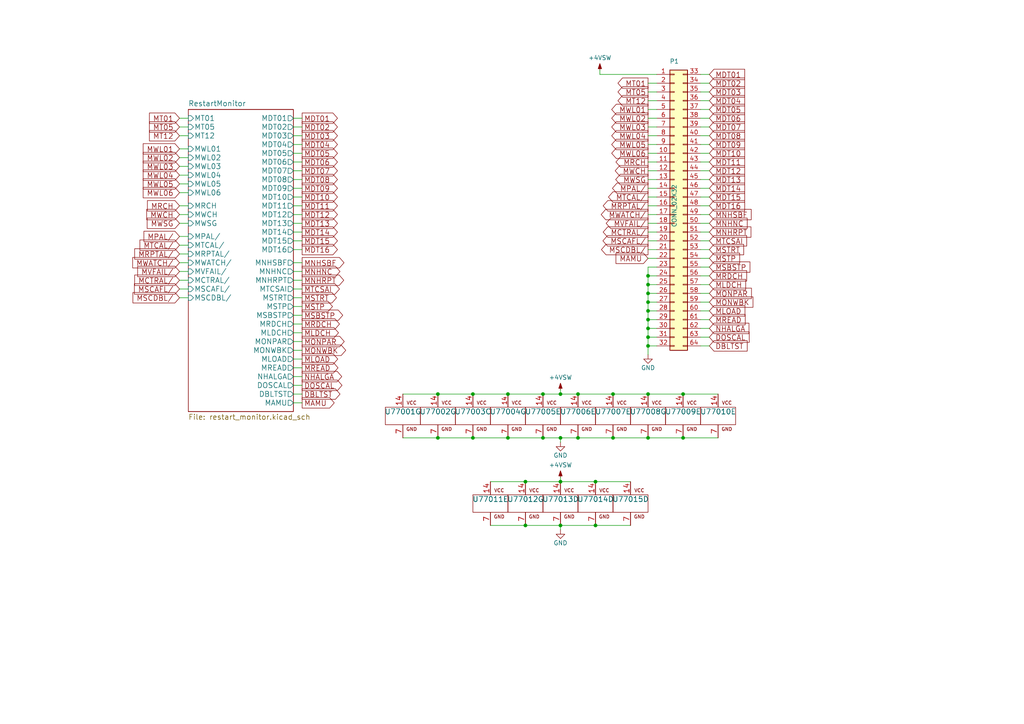
<source format=kicad_sch>
(kicad_sch (version 20211123) (generator eeschema)
  (paper "A4")
  (lib_symbols
    (symbol "Connector_Generic:Conn_02x32_Top_Bottom" (pin_names (offset 1.016) hide)
      (property "Reference" "J" (at 1.27 40.64 0))
      (property "Value" "Conn_02x32_Top_Bottom" (at 1.27 -43.18 0))
      (symbol "Conn_02x32_Top_Bottom_1_1"
        (pin passive line (at -5.08 38.1 0) (length 3.81) (name "Pin_1") (number "1"))
        (pin passive line (at -5.08 15.24 0) (length 3.81) (name "Pin_10") (number "10"))
        (pin passive line (at -5.08 12.7 0) (length 3.81) (name "Pin_11") (number "11"))
        (pin passive line (at -5.08 10.16 0) (length 3.81) (name "Pin_12") (number "12"))
        (pin passive line (at -5.08 7.62 0) (length 3.81) (name "Pin_13") (number "13"))
        (pin passive line (at -5.08 5.08 0) (length 3.81) (name "Pin_14") (number "14"))
        (pin passive line (at -5.08 2.54 0) (length 3.81) (name "Pin_15") (number "15"))
        (pin passive line (at -5.08 0 0) (length 3.81) (name "Pin_16") (number "16"))
        (pin passive line (at -5.08 -2.54 0) (length 3.81) (name "Pin_17") (number "17"))
        (pin passive line (at -5.08 -5.08 0) (length 3.81) (name "Pin_18") (number "18"))
        (pin passive line (at -5.08 -7.62 0) (length 3.81) (name "Pin_19") (number "19"))
        (pin passive line (at -5.08 35.56 0) (length 3.81) (name "Pin_2") (number "2"))
        (pin passive line (at -5.08 -10.16 0) (length 3.81) (name "Pin_20") (number "20"))
        (pin passive line (at -5.08 -12.7 0) (length 3.81) (name "Pin_21") (number "21"))
        (pin passive line (at -5.08 -15.24 0) (length 3.81) (name "Pin_22") (number "22"))
        (pin passive line (at -5.08 -17.78 0) (length 3.81) (name "Pin_23") (number "23"))
        (pin passive line (at -5.08 -20.32 0) (length 3.81) (name "Pin_24") (number "24"))
        (pin passive line (at -5.08 -22.86 0) (length 3.81) (name "Pin_25") (number "25"))
        (pin passive line (at -5.08 -25.4 0) (length 3.81) (name "Pin_26") (number "26"))
        (pin passive line (at -5.08 -27.94 0) (length 3.81) (name "Pin_27") (number "27"))
        (pin passive line (at -5.08 -30.48 0) (length 3.81) (name "Pin_28") (number "28"))
        (pin passive line (at -5.08 -33.02 0) (length 3.81) (name "Pin_29") (number "29"))
        (pin passive line (at -5.08 33.02 0) (length 3.81) (name "Pin_3") (number "3"))
        (pin passive line (at -5.08 -35.56 0) (length 3.81) (name "Pin_30") (number "30"))
        (pin passive line (at -5.08 -38.1 0) (length 3.81) (name "Pin_31") (number "31"))
        (pin passive line (at -5.08 -40.64 0) (length 3.81) (name "Pin_32") (number "32"))
        (pin passive line (at 7.62 38.1 180) (length 3.81) (name "Pin_33") (number "33"))
        (pin passive line (at 7.62 35.56 180) (length 3.81) (name "Pin_34") (number "34"))
        (pin passive line (at 7.62 33.02 180) (length 3.81) (name "Pin_35") (number "35"))
        (pin passive line (at 7.62 30.48 180) (length 3.81) (name "Pin_36") (number "36"))
        (pin passive line (at 7.62 27.94 180) (length 3.81) (name "Pin_37") (number "37"))
        (pin passive line (at 7.62 25.4 180) (length 3.81) (name "Pin_38") (number "38"))
        (pin passive line (at 7.62 22.86 180) (length 3.81) (name "Pin_39") (number "39"))
        (pin passive line (at -5.08 30.48 0) (length 3.81) (name "Pin_4") (number "4"))
        (pin passive line (at 7.62 20.32 180) (length 3.81) (name "Pin_40") (number "40"))
        (pin passive line (at 7.62 17.78 180) (length 3.81) (name "Pin_41") (number "41"))
        (pin passive line (at 7.62 15.24 180) (length 3.81) (name "Pin_42") (number "42"))
        (pin passive line (at 7.62 12.7 180) (length 3.81) (name "Pin_43") (number "43"))
        (pin passive line (at 7.62 10.16 180) (length 3.81) (name "Pin_44") (number "44"))
        (pin passive line (at 7.62 7.62 180) (length 3.81) (name "Pin_45") (number "45"))
        (pin passive line (at 7.62 5.08 180) (length 3.81) (name "Pin_46") (number "46"))
        (pin passive line (at 7.62 2.54 180) (length 3.81) (name "Pin_47") (number "47"))
        (pin passive line (at 7.62 0 180) (length 3.81) (name "Pin_48") (number "48"))
        (pin passive line (at 7.62 -2.54 180) (length 3.81) (name "Pin_49") (number "49"))
        (pin passive line (at -5.08 27.94 0) (length 3.81) (name "Pin_5") (number "5"))
        (pin passive line (at 7.62 -5.08 180) (length 3.81) (name "Pin_50") (number "50"))
        (pin passive line (at 7.62 -7.62 180) (length 3.81) (name "Pin_51") (number "51"))
        (pin passive line (at 7.62 -10.16 180) (length 3.81) (name "Pin_52") (number "52"))
        (pin passive line (at 7.62 -12.7 180) (length 3.81) (name "Pin_53") (number "53"))
        (pin passive line (at 7.62 -15.24 180) (length 3.81) (name "Pin_54") (number "54"))
        (pin passive line (at 7.62 -17.78 180) (length 3.81) (name "Pin_55") (number "55"))
        (pin passive line (at 7.62 -20.32 180) (length 3.81) (name "Pin_56") (number "56"))
        (pin passive line (at 7.62 -22.86 180) (length 3.81) (name "Pin_57") (number "57"))
        (pin passive line (at 7.62 -25.4 180) (length 3.81) (name "Pin_58") (number "58"))
        (pin passive line (at 7.62 -27.94 180) (length 3.81) (name "Pin_59") (number "59"))
        (pin passive line (at -5.08 25.4 0) (length 3.81) (name "Pin_6") (number "6"))
        (pin passive line (at 7.62 -30.48 180) (length 3.81) (name "Pin_60") (number "60"))
        (pin passive line (at 7.62 -33.02 180) (length 3.81) (name "Pin_61") (number "61"))
        (pin passive line (at 7.62 -35.56 180) (length 3.81) (name "Pin_62") (number "62"))
        (pin passive line (at 7.62 -38.1 180) (length 3.81) (name "Pin_63") (number "63"))
        (pin passive line (at 7.62 -40.64 180) (length 3.81) (name "Pin_64") (number "64"))
        (pin passive line (at -5.08 22.86 0) (length 3.81) (name "Pin_7") (number "7"))
        (pin passive line (at -5.08 20.32 0) (length 3.81) (name "Pin_8") (number "8"))
        (pin passive line (at -5.08 17.78 0) (length 3.81) (name "Pin_9") (number "9"))
      )
    )
    (symbol "agc_kicad_components:+4VSW" (power) (pin_names (offset 0))
      (property "Value" "+4VSW" (at 0.127 2.794 0))
      (symbol "+4VSW_1_1"
        (pin power_in line (at 0 0 90) (length 0) hide (name "+4VSW") (number "1"))
      )
    )
    (symbol "agc_kicad_components:74HC02" (pin_names (offset 0.762))
      (property "Reference" "U" (at 0 1.27 0))
      (symbol "74HC02_1_1"
        (pin output inverted (at 15.24 0 180) (length 7.62) (name "~") (number "1"))
        (pin input line (at -15.24 2.54 0) (length 9.398) (name "~") (number "2"))
        (pin input line (at -15.24 -2.54 0) (length 9.398) (name "~") (number "3"))
      )
      (symbol "74HC02_2_1"
        (pin output inverted (at 15.24 0 180) (length 7.62) (name "~") (number "4"))
        (pin input line (at -15.24 2.54 0) (length 9.398) (name "~") (number "5"))
        (pin input line (at -15.24 -2.54 0) (length 9.398) (name "~") (number "6"))
      )
      (symbol "74HC02_3_1"
        (pin output inverted (at 15.24 0 180) (length 7.62) (name "~") (number "10"))
        (pin input line (at -15.24 2.54 0) (length 9.398) (name "~") (number "8"))
        (pin input line (at -15.24 -2.54 0) (length 9.398) (name "~") (number "9"))
      )
      (symbol "74HC02_4_1"
        (pin input line (at -15.24 2.54 0) (length 9.398) (name "~") (number "11"))
        (pin input line (at -15.24 -2.54 0) (length 9.398) (name "~") (number "12"))
        (pin output inverted (at 15.24 0 180) (length 7.62) (name "~") (number "13"))
      )
      (symbol "74HC02_5_0"
        (text "GND" (at 2.54 -3.81 0) (effects (font (size 0.9906 0.9906))))
        (text "VCC" (at 2.54 3.81 0) (effects (font (size 0.9906 0.9906))))
      )
      (symbol "74HC02_5_1"
        (pin power_in line (at 0 6.35 270) (length 3.81) (name "VCC") (number "14"))
        (pin power_in line (at 0 -6.35 90) (length 3.81) (name "GND") (number "7"))
      )
    )
    (symbol "agc_kicad_components:74HC04" (pin_names (offset 0.762))
      (property "Reference" "U" (at 0 1.27 0))
      (symbol "74HC04_1_1"
        (pin input line (at -15.24 0 0) (length 9.906) (name "~") (number "1"))
        (pin output inverted (at 15.24 0 180) (length 7.62) (name "~") (number "2"))
      )
      (symbol "74HC04_2_1"
        (pin input line (at -15.24 0 0) (length 9.906) (name "~") (number "3"))
        (pin output inverted (at 15.24 0 180) (length 7.62) (name "~") (number "4"))
      )
      (symbol "74HC04_3_1"
        (pin input line (at -15.24 0 0) (length 9.906) (name "~") (number "5"))
        (pin output inverted (at 15.24 0 180) (length 7.62) (name "~") (number "6"))
      )
      (symbol "74HC04_4_1"
        (pin output inverted (at 15.24 0 180) (length 7.62) (name "~") (number "8"))
        (pin input line (at -15.24 0 0) (length 9.906) (name "~") (number "9"))
      )
      (symbol "74HC04_5_1"
        (pin output inverted (at 15.24 0 180) (length 7.62) (name "~") (number "10"))
        (pin input line (at -15.24 0 0) (length 9.906) (name "~") (number "11"))
      )
      (symbol "74HC04_6_1"
        (pin output inverted (at 15.24 0 180) (length 7.62) (name "~") (number "12"))
        (pin input line (at -15.24 0 0) (length 9.906) (name "~") (number "13"))
      )
      (symbol "74HC04_7_0"
        (text "GND" (at 2.54 -3.81 0) (effects (font (size 0.9906 0.9906))))
        (text "VCC" (at 2.54 3.81 0) (effects (font (size 0.9906 0.9906))))
      )
      (symbol "74HC04_7_1"
        (pin power_in line (at 0 6.35 270) (length 3.81) (name "VCC") (number "14"))
        (pin power_in line (at 0 -6.35 90) (length 3.81) (name "GND") (number "7"))
      )
    )
    (symbol "agc_kicad_components:74HC27" (pin_names (offset 0.762))
      (property "Reference" "U" (at 0 1.27 0))
      (symbol "74HC27_1_1"
        (pin input line (at -15.24 3.81 0) (length 8.763) (name "~") (number "1"))
        (pin output inverted (at 15.24 0 180) (length 7.62) (name "~") (number "12"))
        (pin input line (at -15.24 -3.81 0) (length 8.763) (name "~") (number "13"))
        (pin input line (at -15.24 0 0) (length 9.906) (name "~") (number "2"))
      )
      (symbol "74HC27_2_1"
        (pin input line (at -15.24 3.81 0) (length 8.763) (name "~") (number "3"))
        (pin input line (at -15.24 0 0) (length 9.906) (name "~") (number "4"))
        (pin input line (at -15.24 -3.81 0) (length 8.763) (name "~") (number "5"))
        (pin output inverted (at 15.24 0 180) (length 7.62) (name "~") (number "6"))
      )
      (symbol "74HC27_3_1"
        (pin input line (at -15.24 0 0) (length 9.906) (name "~") (number "10"))
        (pin input line (at -15.24 -3.81 0) (length 8.763) (name "~") (number "11"))
        (pin output inverted (at 15.24 0 180) (length 7.62) (name "~") (number "8"))
        (pin input line (at -15.24 3.81 0) (length 8.763) (name "~") (number "9"))
      )
      (symbol "74HC27_4_0"
        (text "GND" (at 2.54 -3.81 0) (effects (font (size 0.9906 0.9906))))
        (text "VCC" (at 2.54 3.81 0) (effects (font (size 0.9906 0.9906))))
      )
      (symbol "74HC27_4_1"
        (pin power_in line (at 0 6.35 270) (length 3.81) (name "VCC") (number "14"))
        (pin power_in line (at 0 -6.35 90) (length 3.81) (name "GND") (number "7"))
      )
    )
    (symbol "agc_kicad_components:74HC4002" (pin_names (offset 0.762))
      (property "Reference" "U" (at 0 1.27 0))
      (symbol "74HC4002_1_1"
        (pin output inverted (at 15.24 0 180) (length 7.62) (name "~") (number "1"))
        (pin input line (at -15.24 3.81 0) (length 8.509) (name "~") (number "2"))
        (pin input line (at -15.24 1.27 0) (length 9.652) (name "~") (number "3"))
        (pin input line (at -15.24 -1.27 0) (length 9.652) (name "~") (number "4"))
        (pin input line (at -15.24 -3.81 0) (length 8.509) (name "~") (number "5"))
        (pin no_connect line (at -2.54 5.08 90) (length 0) hide (name "NC1") (number "6"))
        (pin no_connect line (at 0 5.08 90) (length 0) hide (name "NC2") (number "8"))
      )
      (symbol "74HC4002_2_1"
        (pin input line (at -15.24 1.27 0) (length 9.652) (name "~") (number "10"))
        (pin input line (at -15.24 -1.27 0) (length 9.652) (name "~") (number "11"))
        (pin input line (at -15.24 -3.81 0) (length 8.509) (name "~") (number "12"))
        (pin output inverted (at 15.24 0 180) (length 7.62) (name "~") (number "13"))
        (pin no_connect line (at -2.54 5.08 90) (length 0) hide (name "NC1") (number "6"))
        (pin no_connect line (at 0 5.08 90) (length 0) hide (name "NC2") (number "8"))
        (pin input line (at -15.24 3.81 0) (length 8.509) (name "~") (number "9"))
      )
      (symbol "74HC4002_3_0"
        (text "GND" (at 2.54 -3.81 0) (effects (font (size 0.9906 0.9906))))
        (text "VCC" (at 2.54 3.81 0) (effects (font (size 0.9906 0.9906))))
      )
      (symbol "74HC4002_3_1"
        (pin power_in line (at 0 6.35 270) (length 3.81) (name "VCC") (number "14"))
        (pin power_in line (at 0 -6.35 90) (length 3.81) (name "GND") (number "7"))
      )
    )
    (symbol "agc_kicad_components:74LVC07" (pin_names (offset 0.762))
      (property "Reference" "U" (at 0 1.27 0))
      (symbol "74LVC07_1_1"
        (pin input line (at -11.43 0 0) (length 7.62) (name "~") (number "1"))
        (pin open_collector line (at 11.43 0 180) (length 7.62) (name "~") (number "2"))
      )
      (symbol "74LVC07_2_1"
        (pin input line (at -11.43 0 0) (length 7.62) (name "~") (number "3"))
        (pin open_collector line (at 11.43 0 180) (length 7.62) (name "~") (number "4"))
      )
      (symbol "74LVC07_3_1"
        (pin input line (at -11.43 0 0) (length 7.62) (name "~") (number "5"))
        (pin open_collector line (at 11.43 0 180) (length 7.62) (name "~") (number "6"))
      )
      (symbol "74LVC07_4_1"
        (pin open_collector line (at 11.43 0 180) (length 7.62) (name "~") (number "8"))
        (pin input line (at -11.43 0 0) (length 7.62) (name "~") (number "9"))
      )
      (symbol "74LVC07_5_1"
        (pin open_collector line (at 11.43 0 180) (length 7.62) (name "~") (number "10"))
        (pin input line (at -11.43 0 0) (length 7.62) (name "~") (number "11"))
      )
      (symbol "74LVC07_6_1"
        (pin open_collector line (at 11.43 0 180) (length 7.62) (name "~") (number "12"))
        (pin input line (at -11.43 0 0) (length 7.62) (name "~") (number "13"))
      )
      (symbol "74LVC07_7_0"
        (text "GND" (at 2.54 -3.81 0) (effects (font (size 0.9906 0.9906))))
        (text "VCC" (at 2.54 3.81 0) (effects (font (size 0.9906 0.9906))))
      )
      (symbol "74LVC07_7_1"
        (pin power_in line (at 0 6.35 270) (length 3.81) (name "VCC") (number "14"))
        (pin power_in line (at 0 -6.35 90) (length 3.81) (name "GND") (number "7"))
      )
    )
    (symbol "power:GND" (power) (pin_names (offset 0))
      (property "Value" "GND" (at 0 -3.81 0))
      (symbol "GND_1_1"
        (pin power_in line (at 0 0 270) (length 0) hide (name "GND") (number "1"))
      )
    )
  )
  (junction (at 162.56 152.4))
  (junction (at 147.32 114.3))
  (junction (at 167.64 127))
  (junction (at 187.96 127))
  (junction (at 162.56 127))
  (junction (at 177.8 127))
  (junction (at 127 114.3))
  (junction (at 198.12 114.3))
  (junction (at 157.48 114.3))
  (junction (at 162.56 139.7))
  (junction (at 137.16 114.3))
  (junction (at 187.96 85.09))
  (junction (at 127 127))
  (junction (at 152.4 152.4))
  (junction (at 157.48 127))
  (junction (at 198.12 127))
  (junction (at 137.16 127))
  (junction (at 187.96 82.55))
  (junction (at 167.64 114.3))
  (junction (at 187.96 114.3))
  (junction (at 187.96 97.79))
  (junction (at 152.4 139.7))
  (junction (at 187.96 95.25))
  (junction (at 172.72 139.7))
  (junction (at 187.96 100.33))
  (junction (at 187.96 80.01))
  (junction (at 177.8 114.3))
  (junction (at 187.96 87.63))
  (junction (at 172.72 152.4))
  (junction (at 147.32 127))
  (junction (at 187.96 92.71))
  (junction (at 187.96 90.17))
  (junction (at 162.56 114.3))
  (wire (pts (xy 187.96 41.91) (xy 190.5 41.91)))
  (wire (pts (xy 172.72 139.7) (xy 182.88 139.7)))
  (wire (pts (xy 87.63 72.39) (xy 85.09 72.39)))
  (wire (pts (xy 87.63 101.6) (xy 85.09 101.6)))
  (wire (pts (xy 87.63 116.84) (xy 85.09 116.84)))
  (wire (pts (xy 205.74 26.67) (xy 203.2 26.67)))
  (wire (pts (xy 187.96 49.53) (xy 190.5 49.53)))
  (wire (pts (xy 187.96 100.33) (xy 190.5 100.33)))
  (wire (pts (xy 162.56 128.27) (xy 162.56 127)))
  (wire (pts (xy 87.63 78.74) (xy 85.09 78.74)))
  (wire (pts (xy 187.96 34.29) (xy 190.5 34.29)))
  (wire (pts (xy 187.96 90.17) (xy 187.96 92.71)))
  (wire (pts (xy 52.07 39.37) (xy 54.61 39.37)))
  (wire (pts (xy 187.96 80.01) (xy 187.96 82.55)))
  (wire (pts (xy 205.74 39.37) (xy 203.2 39.37)))
  (wire (pts (xy 187.96 24.13) (xy 190.5 24.13)))
  (wire (pts (xy 162.56 114.3) (xy 167.64 114.3)))
  (wire (pts (xy 205.74 97.79) (xy 203.2 97.79)))
  (wire (pts (xy 205.74 21.59) (xy 203.2 21.59)))
  (wire (pts (xy 205.74 54.61) (xy 203.2 54.61)))
  (wire (pts (xy 87.63 88.9) (xy 85.09 88.9)))
  (wire (pts (xy 87.63 114.3) (xy 85.09 114.3)))
  (wire (pts (xy 127 127) (xy 137.16 127)))
  (wire (pts (xy 205.74 69.85) (xy 203.2 69.85)))
  (wire (pts (xy 137.16 114.3) (xy 147.32 114.3)))
  (wire (pts (xy 87.63 109.22) (xy 85.09 109.22)))
  (wire (pts (xy 205.74 80.01) (xy 203.2 80.01)))
  (wire (pts (xy 205.74 92.71) (xy 203.2 92.71)))
  (wire (pts (xy 87.63 91.44) (xy 85.09 91.44)))
  (wire (pts (xy 87.63 57.15) (xy 85.09 57.15)))
  (wire (pts (xy 87.63 36.83) (xy 85.09 36.83)))
  (wire (pts (xy 187.96 77.47) (xy 187.96 80.01)))
  (wire (pts (xy 87.63 49.53) (xy 85.09 49.53)))
  (wire (pts (xy 205.74 62.23) (xy 203.2 62.23)))
  (wire (pts (xy 205.74 29.21) (xy 203.2 29.21)))
  (wire (pts (xy 52.07 76.2) (xy 54.61 76.2)))
  (wire (pts (xy 187.96 54.61) (xy 190.5 54.61)))
  (wire (pts (xy 52.07 34.29) (xy 54.61 34.29)))
  (wire (pts (xy 87.63 54.61) (xy 85.09 54.61)))
  (wire (pts (xy 52.07 36.83) (xy 54.61 36.83)))
  (wire (pts (xy 87.63 81.28) (xy 85.09 81.28)))
  (wire (pts (xy 187.96 39.37) (xy 190.5 39.37)))
  (wire (pts (xy 205.74 52.07) (xy 203.2 52.07)))
  (wire (pts (xy 187.96 31.75) (xy 190.5 31.75)))
  (wire (pts (xy 52.07 45.72) (xy 54.61 45.72)))
  (wire (pts (xy 87.63 83.82) (xy 85.09 83.82)))
  (wire (pts (xy 52.07 53.34) (xy 54.61 53.34)))
  (wire (pts (xy 52.07 78.74) (xy 54.61 78.74)))
  (wire (pts (xy 205.74 46.99) (xy 203.2 46.99)))
  (wire (pts (xy 187.96 57.15) (xy 190.5 57.15)))
  (wire (pts (xy 173.99 20.32) (xy 173.99 21.59)))
  (wire (pts (xy 187.96 100.33) (xy 187.96 102.87)))
  (wire (pts (xy 187.96 82.55) (xy 187.96 85.09)))
  (wire (pts (xy 173.99 21.59) (xy 190.5 21.59)))
  (wire (pts (xy 187.96 67.31) (xy 190.5 67.31)))
  (wire (pts (xy 205.74 41.91) (xy 203.2 41.91)))
  (wire (pts (xy 187.96 92.71) (xy 190.5 92.71)))
  (wire (pts (xy 87.63 44.45) (xy 85.09 44.45)))
  (wire (pts (xy 162.56 127) (xy 167.64 127)))
  (wire (pts (xy 205.74 87.63) (xy 203.2 87.63)))
  (wire (pts (xy 162.56 138.43) (xy 162.56 139.7)))
  (wire (pts (xy 205.74 77.47) (xy 203.2 77.47)))
  (wire (pts (xy 187.96 72.39) (xy 190.5 72.39)))
  (wire (pts (xy 52.07 64.77) (xy 54.61 64.77)))
  (wire (pts (xy 87.63 59.69) (xy 85.09 59.69)))
  (wire (pts (xy 87.63 96.52) (xy 85.09 96.52)))
  (wire (pts (xy 167.64 114.3) (xy 177.8 114.3)))
  (wire (pts (xy 87.63 39.37) (xy 85.09 39.37)))
  (wire (pts (xy 87.63 67.31) (xy 85.09 67.31)))
  (wire (pts (xy 187.96 77.47) (xy 190.5 77.47)))
  (wire (pts (xy 187.96 97.79) (xy 190.5 97.79)))
  (wire (pts (xy 187.96 87.63) (xy 190.5 87.63)))
  (wire (pts (xy 205.74 74.93) (xy 203.2 74.93)))
  (wire (pts (xy 157.48 127) (xy 162.56 127)))
  (wire (pts (xy 205.74 44.45) (xy 203.2 44.45)))
  (wire (pts (xy 52.07 86.36) (xy 54.61 86.36)))
  (wire (pts (xy 205.74 59.69) (xy 203.2 59.69)))
  (wire (pts (xy 205.74 100.33) (xy 203.2 100.33)))
  (wire (pts (xy 142.24 152.4) (xy 152.4 152.4)))
  (wire (pts (xy 87.63 69.85) (xy 85.09 69.85)))
  (wire (pts (xy 205.74 64.77) (xy 203.2 64.77)))
  (wire (pts (xy 205.74 95.25) (xy 203.2 95.25)))
  (wire (pts (xy 87.63 41.91) (xy 85.09 41.91)))
  (wire (pts (xy 172.72 152.4) (xy 182.88 152.4)))
  (wire (pts (xy 87.63 76.2) (xy 85.09 76.2)))
  (wire (pts (xy 187.96 62.23) (xy 190.5 62.23)))
  (wire (pts (xy 205.74 82.55) (xy 203.2 82.55)))
  (wire (pts (xy 87.63 93.98) (xy 85.09 93.98)))
  (wire (pts (xy 177.8 127) (xy 187.96 127)))
  (wire (pts (xy 157.48 114.3) (xy 162.56 114.3)))
  (wire (pts (xy 205.74 36.83) (xy 203.2 36.83)))
  (wire (pts (xy 127 114.3) (xy 137.16 114.3)))
  (wire (pts (xy 205.74 49.53) (xy 203.2 49.53)))
  (wire (pts (xy 187.96 74.93) (xy 190.5 74.93)))
  (wire (pts (xy 162.56 113.03) (xy 162.56 114.3)))
  (wire (pts (xy 87.63 86.36) (xy 85.09 86.36)))
  (wire (pts (xy 187.96 97.79) (xy 187.96 100.33)))
  (wire (pts (xy 187.96 80.01) (xy 190.5 80.01)))
  (wire (pts (xy 198.12 127) (xy 208.28 127)))
  (wire (pts (xy 52.07 81.28) (xy 54.61 81.28)))
  (wire (pts (xy 162.56 152.4) (xy 162.56 153.67)))
  (wire (pts (xy 52.07 83.82) (xy 54.61 83.82)))
  (wire (pts (xy 187.96 26.67) (xy 190.5 26.67)))
  (wire (pts (xy 177.8 114.3) (xy 187.96 114.3)))
  (wire (pts (xy 187.96 95.25) (xy 187.96 97.79)))
  (wire (pts (xy 52.07 48.26) (xy 54.61 48.26)))
  (wire (pts (xy 187.96 114.3) (xy 198.12 114.3)))
  (wire (pts (xy 187.96 36.83) (xy 190.5 36.83)))
  (wire (pts (xy 187.96 69.85) (xy 190.5 69.85)))
  (wire (pts (xy 187.96 95.25) (xy 190.5 95.25)))
  (wire (pts (xy 52.07 71.12) (xy 54.61 71.12)))
  (wire (pts (xy 187.96 127) (xy 198.12 127)))
  (wire (pts (xy 87.63 34.29) (xy 85.09 34.29)))
  (wire (pts (xy 187.96 85.09) (xy 187.96 87.63)))
  (wire (pts (xy 205.74 67.31) (xy 203.2 67.31)))
  (wire (pts (xy 187.96 52.07) (xy 190.5 52.07)))
  (wire (pts (xy 205.74 31.75) (xy 203.2 31.75)))
  (wire (pts (xy 87.63 111.76) (xy 85.09 111.76)))
  (wire (pts (xy 116.84 114.3) (xy 127 114.3)))
  (wire (pts (xy 147.32 127) (xy 157.48 127)))
  (wire (pts (xy 142.24 139.7) (xy 152.4 139.7)))
  (wire (pts (xy 152.4 152.4) (xy 162.56 152.4)))
  (wire (pts (xy 52.07 62.23) (xy 54.61 62.23)))
  (wire (pts (xy 167.64 127) (xy 177.8 127)))
  (wire (pts (xy 52.07 55.88) (xy 54.61 55.88)))
  (wire (pts (xy 152.4 139.7) (xy 162.56 139.7)))
  (wire (pts (xy 187.96 44.45) (xy 190.5 44.45)))
  (wire (pts (xy 205.74 72.39) (xy 203.2 72.39)))
  (wire (pts (xy 87.63 104.14) (xy 85.09 104.14)))
  (wire (pts (xy 187.96 46.99) (xy 190.5 46.99)))
  (wire (pts (xy 87.63 99.06) (xy 85.09 99.06)))
  (wire (pts (xy 162.56 152.4) (xy 172.72 152.4)))
  (wire (pts (xy 52.07 59.69) (xy 54.61 59.69)))
  (wire (pts (xy 87.63 46.99) (xy 85.09 46.99)))
  (wire (pts (xy 116.84 127) (xy 127 127)))
  (wire (pts (xy 137.16 127) (xy 147.32 127)))
  (wire (pts (xy 205.74 57.15) (xy 203.2 57.15)))
  (wire (pts (xy 187.96 59.69) (xy 190.5 59.69)))
  (wire (pts (xy 52.07 50.8) (xy 54.61 50.8)))
  (wire (pts (xy 162.56 139.7) (xy 172.72 139.7)))
  (wire (pts (xy 187.96 82.55) (xy 190.5 82.55)))
  (wire (pts (xy 87.63 106.68) (xy 85.09 106.68)))
  (wire (pts (xy 205.74 90.17) (xy 203.2 90.17)))
  (wire (pts (xy 187.96 90.17) (xy 190.5 90.17)))
  (wire (pts (xy 187.96 92.71) (xy 187.96 95.25)))
  (wire (pts (xy 147.32 114.3) (xy 157.48 114.3)))
  (wire (pts (xy 205.74 85.09) (xy 203.2 85.09)))
  (wire (pts (xy 187.96 85.09) (xy 190.5 85.09)))
  (wire (pts (xy 205.74 24.13) (xy 203.2 24.13)))
  (wire (pts (xy 52.07 68.58) (xy 54.61 68.58)))
  (wire (pts (xy 87.63 64.77) (xy 85.09 64.77)))
  (wire (pts (xy 187.96 64.77) (xy 190.5 64.77)))
  (wire (pts (xy 52.07 43.18) (xy 54.61 43.18)))
  (wire (pts (xy 205.74 34.29) (xy 203.2 34.29)))
  (wire (pts (xy 187.96 87.63) (xy 187.96 90.17)))
  (wire (pts (xy 187.96 29.21) (xy 190.5 29.21)))
  (wire (pts (xy 52.07 73.66) (xy 54.61 73.66)))
  (wire (pts (xy 198.12 114.3) (xy 208.28 114.3)))
  (wire (pts (xy 87.63 62.23) (xy 85.09 62.23)))
  (wire (pts (xy 87.63 52.07) (xy 85.09 52.07)))
  (global_label "MDT15" (shape input) (at 205.74 57.15 0) (effects (font (size 1.524 1.524))) (property "Referenzen zwischen Schaltplänen" "${INTERSHEET_REFS}" (effects hide)))
  (global_label "MDT12" (shape output) (at 87.63 62.23 0) (effects (font (size 1.524 1.524))) (property "Referenzen zwischen Schaltplänen" "${INTERSHEET_REFS}" (effects hide)))
  (global_label "MAMU" (shape input) (at 187.96 74.93 180) (effects (font (size 1.524 1.524))) (property "Referenzen zwischen Schaltplänen" "${INTERSHEET_REFS}" (effects hide)))
  (global_label "MWL06" (shape input) (at 52.07 55.88 180) (effects (font (size 1.524 1.524))) (property "Referenzen zwischen Schaltplänen" "${INTERSHEET_REFS}" (effects hide)))
  (global_label "MWL06" (shape output) (at 187.96 44.45 180) (effects (font (size 1.524 1.524))) (property "Referenzen zwischen Schaltplänen" "${INTERSHEET_REFS}" (effects hide)))
  (global_label "MCTRAL/" (shape output) (at 187.96 67.31 180) (effects (font (size 1.524 1.524))) (property "Referenzen zwischen Schaltplänen" "${INTERSHEET_REFS}" (effects hide)))
  (global_label "MDT13" (shape input) (at 205.74 52.07 0) (effects (font (size 1.524 1.524))) (property "Referenzen zwischen Schaltplänen" "${INTERSHEET_REFS}" (effects hide)))
  (global_label "MT05" (shape output) (at 187.96 26.67 180) (effects (font (size 1.524 1.524))) (property "Referenzen zwischen Schaltplänen" "${INTERSHEET_REFS}" (effects hide)))
  (global_label "MNHNC" (shape output) (at 87.63 78.74 0) (effects (font (size 1.524 1.524))) (property "Referenzen zwischen Schaltplänen" "${INTERSHEET_REFS}" (effects hide)))
  (global_label "MCTRAL/" (shape input) (at 52.07 81.28 180) (effects (font (size 1.524 1.524))) (property "Referenzen zwischen Schaltplänen" "${INTERSHEET_REFS}" (effects hide)))
  (global_label "MDT06" (shape output) (at 87.63 46.99 0) (effects (font (size 1.524 1.524))) (property "Referenzen zwischen Schaltplänen" "${INTERSHEET_REFS}" (effects hide)))
  (global_label "MSTRT" (shape input) (at 205.74 72.39 0) (effects (font (size 1.524 1.524))) (property "Referenzen zwischen Schaltplänen" "${INTERSHEET_REFS}" (effects hide)))
  (global_label "MRCH" (shape output) (at 187.96 46.99 180) (effects (font (size 1.524 1.524))) (property "Referenzen zwischen Schaltplänen" "${INTERSHEET_REFS}" (effects hide)))
  (global_label "MTCSAI" (shape input) (at 205.74 69.85 0) (effects (font (size 1.524 1.524))) (property "Referenzen zwischen Schaltplänen" "${INTERSHEET_REFS}" (effects hide)))
  (global_label "MWL05" (shape input) (at 52.07 53.34 180) (effects (font (size 1.524 1.524))) (property "Referenzen zwischen Schaltplänen" "${INTERSHEET_REFS}" (effects hide)))
  (global_label "DBLTST" (shape input) (at 205.74 100.33 0) (effects (font (size 1.524 1.524))) (property "Referenzen zwischen Schaltplänen" "${INTERSHEET_REFS}" (effects hide)))
  (global_label "MDT02" (shape output) (at 87.63 36.83 0) (effects (font (size 1.524 1.524))) (property "Referenzen zwischen Schaltplänen" "${INTERSHEET_REFS}" (effects hide)))
  (global_label "MSCAFL/" (shape output) (at 187.96 69.85 180) (effects (font (size 1.524 1.524))) (property "Referenzen zwischen Schaltplänen" "${INTERSHEET_REFS}" (effects hide)))
  (global_label "MONWBK" (shape input) (at 205.74 87.63 0) (effects (font (size 1.524 1.524))) (property "Referenzen zwischen Schaltplänen" "${INTERSHEET_REFS}" (effects hide)))
  (global_label "MVFAIL/" (shape output) (at 187.96 64.77 180) (effects (font (size 1.524 1.524))) (property "Referenzen zwischen Schaltplänen" "${INTERSHEET_REFS}" (effects hide)))
  (global_label "MDT05" (shape input) (at 205.74 31.75 0) (effects (font (size 1.524 1.524))) (property "Referenzen zwischen Schaltplänen" "${INTERSHEET_REFS}" (effects hide)))
  (global_label "MDT07" (shape output) (at 87.63 49.53 0) (effects (font (size 1.524 1.524))) (property "Referenzen zwischen Schaltplänen" "${INTERSHEET_REFS}" (effects hide)))
  (global_label "MDT03" (shape input) (at 205.74 26.67 0) (effects (font (size 1.524 1.524))) (property "Referenzen zwischen Schaltplänen" "${INTERSHEET_REFS}" (effects hide)))
  (global_label "MDT16" (shape output) (at 87.63 72.39 0) (effects (font (size 1.524 1.524))) (property "Referenzen zwischen Schaltplänen" "${INTERSHEET_REFS}" (effects hide)))
  (global_label "MRDCH" (shape output) (at 87.63 93.98 0) (effects (font (size 1.524 1.524))) (property "Referenzen zwischen Schaltplänen" "${INTERSHEET_REFS}" (effects hide)))
  (global_label "MSCDBL/" (shape input) (at 52.07 86.36 180) (effects (font (size 1.524 1.524))) (property "Referenzen zwischen Schaltplänen" "${INTERSHEET_REFS}" (effects hide)))
  (global_label "MPAL/" (shape output) (at 187.96 54.61 180) (effects (font (size 1.524 1.524))) (property "Referenzen zwischen Schaltplänen" "${INTERSHEET_REFS}" (effects hide)))
  (global_label "MDT14" (shape input) (at 205.74 54.61 0) (effects (font (size 1.524 1.524))) (property "Referenzen zwischen Schaltplänen" "${INTERSHEET_REFS}" (effects hide)))
  (global_label "MWSG" (shape input) (at 52.07 64.77 180) (effects (font (size 1.524 1.524))) (property "Referenzen zwischen Schaltplänen" "${INTERSHEET_REFS}" (effects hide)))
  (global_label "MLDCH" (shape input) (at 205.74 82.55 0) (effects (font (size 1.524 1.524))) (property "Referenzen zwischen Schaltplänen" "${INTERSHEET_REFS}" (effects hide)))
  (global_label "MDT11" (shape input) (at 205.74 46.99 0) (effects (font (size 1.524 1.524))) (property "Referenzen zwischen Schaltplänen" "${INTERSHEET_REFS}" (effects hide)))
  (global_label "MAMU" (shape output) (at 87.63 116.84 0) (effects (font (size 1.524 1.524))) (property "Referenzen zwischen Schaltplänen" "${INTERSHEET_REFS}" (effects hide)))
  (global_label "MDT08" (shape output) (at 87.63 52.07 0) (effects (font (size 1.524 1.524))) (property "Referenzen zwischen Schaltplänen" "${INTERSHEET_REFS}" (effects hide)))
  (global_label "MWCH" (shape output) (at 187.96 49.53 180) (effects (font (size 1.524 1.524))) (property "Referenzen zwischen Schaltplänen" "${INTERSHEET_REFS}" (effects hide)))
  (global_label "MDT05" (shape output) (at 87.63 44.45 0) (effects (font (size 1.524 1.524))) (property "Referenzen zwischen Schaltplänen" "${INTERSHEET_REFS}" (effects hide)))
  (global_label "MWL04" (shape output) (at 187.96 39.37 180) (effects (font (size 1.524 1.524))) (property "Referenzen zwischen Schaltplänen" "${INTERSHEET_REFS}" (effects hide)))
  (global_label "MDT09" (shape output) (at 87.63 54.61 0) (effects (font (size 1.524 1.524))) (property "Referenzen zwischen Schaltplänen" "${INTERSHEET_REFS}" (effects hide)))
  (global_label "MDT10" (shape input) (at 205.74 44.45 0) (effects (font (size 1.524 1.524))) (property "Referenzen zwischen Schaltplänen" "${INTERSHEET_REFS}" (effects hide)))
  (global_label "MNHRPT" (shape output) (at 87.63 81.28 0) (effects (font (size 1.524 1.524))) (property "Referenzen zwischen Schaltplänen" "${INTERSHEET_REFS}" (effects hide)))
  (global_label "MSBSTP" (shape output) (at 87.63 91.44 0) (effects (font (size 1.524 1.524))) (property "Referenzen zwischen Schaltplänen" "${INTERSHEET_REFS}" (effects hide)))
  (global_label "MWCH" (shape input) (at 52.07 62.23 180) (effects (font (size 1.524 1.524))) (property "Referenzen zwischen Schaltplänen" "${INTERSHEET_REFS}" (effects hide)))
  (global_label "MWL01" (shape input) (at 52.07 43.18 180) (effects (font (size 1.524 1.524))) (property "Referenzen zwischen Schaltplänen" "${INTERSHEET_REFS}" (effects hide)))
  (global_label "MWATCH/" (shape output) (at 187.96 62.23 180) (effects (font (size 1.524 1.524))) (property "Referenzen zwischen Schaltplänen" "${INTERSHEET_REFS}" (effects hide)))
  (global_label "MRCH" (shape input) (at 52.07 59.69 180) (effects (font (size 1.524 1.524))) (property "Referenzen zwischen Schaltplänen" "${INTERSHEET_REFS}" (effects hide)))
  (global_label "MNHSBF" (shape input) (at 205.74 62.23 0) (effects (font (size 1.524 1.524))) (property "Referenzen zwischen Schaltplänen" "${INTERSHEET_REFS}" (effects hide)))
  (global_label "DOSCAL" (shape input) (at 205.74 97.79 0) (effects (font (size 1.524 1.524))) (property "Referenzen zwischen Schaltplänen" "${INTERSHEET_REFS}" (effects hide)))
  (global_label "MT12" (shape input) (at 52.07 39.37 180) (effects (font (size 1.524 1.524))) (property "Referenzen zwischen Schaltplänen" "${INTERSHEET_REFS}" (effects hide)))
  (global_label "NHALGA" (shape input) (at 205.74 95.25 0) (effects (font (size 1.524 1.524))) (property "Referenzen zwischen Schaltplänen" "${INTERSHEET_REFS}" (effects hide)))
  (global_label "MLOAD" (shape input) (at 205.74 90.17 0) (effects (font (size 1.524 1.524))) (property "Referenzen zwischen Schaltplänen" "${INTERSHEET_REFS}" (effects hide)))
  (global_label "MREAD" (shape output) (at 87.63 106.68 0) (effects (font (size 1.524 1.524))) (property "Referenzen zwischen Schaltplänen" "${INTERSHEET_REFS}" (effects hide)))
  (global_label "MT01" (shape output) (at 187.96 24.13 180) (effects (font (size 1.524 1.524))) (property "Referenzen zwischen Schaltplänen" "${INTERSHEET_REFS}" (effects hide)))
  (global_label "MONPAR" (shape input) (at 205.74 85.09 0) (effects (font (size 1.524 1.524))) (property "Referenzen zwischen Schaltplänen" "${INTERSHEET_REFS}" (effects hide)))
  (global_label "MT12" (shape output) (at 187.96 29.21 180) (effects (font (size 1.524 1.524))) (property "Referenzen zwischen Schaltplänen" "${INTERSHEET_REFS}" (effects hide)))
  (global_label "MSTRT" (shape output) (at 87.63 86.36 0) (effects (font (size 1.524 1.524))) (property "Referenzen zwischen Schaltplänen" "${INTERSHEET_REFS}" (effects hide)))
  (global_label "MONWBK" (shape output) (at 87.63 101.6 0) (effects (font (size 1.524 1.524))) (property "Referenzen zwischen Schaltplänen" "${INTERSHEET_REFS}" (effects hide)))
  (global_label "MLDCH" (shape output) (at 87.63 96.52 0) (effects (font (size 1.524 1.524))) (property "Referenzen zwischen Schaltplänen" "${INTERSHEET_REFS}" (effects hide)))
  (global_label "MT01" (shape input) (at 52.07 34.29 180) (effects (font (size 1.524 1.524))) (property "Referenzen zwischen Schaltplänen" "${INTERSHEET_REFS}" (effects hide)))
  (global_label "MDT08" (shape input) (at 205.74 39.37 0) (effects (font (size 1.524 1.524))) (property "Referenzen zwischen Schaltplänen" "${INTERSHEET_REFS}" (effects hide)))
  (global_label "NHALGA" (shape output) (at 87.63 109.22 0) (effects (font (size 1.524 1.524))) (property "Referenzen zwischen Schaltplänen" "${INTERSHEET_REFS}" (effects hide)))
  (global_label "MWL03" (shape output) (at 187.96 36.83 180) (effects (font (size 1.524 1.524))) (property "Referenzen zwischen Schaltplänen" "${INTERSHEET_REFS}" (effects hide)))
  (global_label "MDT11" (shape output) (at 87.63 59.69 0) (effects (font (size 1.524 1.524))) (property "Referenzen zwischen Schaltplänen" "${INTERSHEET_REFS}" (effects hide)))
  (global_label "MDT07" (shape input) (at 205.74 36.83 0) (effects (font (size 1.524 1.524))) (property "Referenzen zwischen Schaltplänen" "${INTERSHEET_REFS}" (effects hide)))
  (global_label "MDT10" (shape output) (at 87.63 57.15 0) (effects (font (size 1.524 1.524))) (property "Referenzen zwischen Schaltplänen" "${INTERSHEET_REFS}" (effects hide)))
  (global_label "MDT09" (shape input) (at 205.74 41.91 0) (effects (font (size 1.524 1.524))) (property "Referenzen zwischen Schaltplänen" "${INTERSHEET_REFS}" (effects hide)))
  (global_label "MWSG" (shape output) (at 187.96 52.07 180) (effects (font (size 1.524 1.524))) (property "Referenzen zwischen Schaltplänen" "${INTERSHEET_REFS}" (effects hide)))
  (global_label "MWL05" (shape output) (at 187.96 41.91 180) (effects (font (size 1.524 1.524))) (property "Referenzen zwischen Schaltplänen" "${INTERSHEET_REFS}" (effects hide)))
  (global_label "MNHNC" (shape input) (at 205.74 64.77 0) (effects (font (size 1.524 1.524))) (property "Referenzen zwischen Schaltplänen" "${INTERSHEET_REFS}" (effects hide)))
  (global_label "MT05" (shape input) (at 52.07 36.83 180) (effects (font (size 1.524 1.524))) (property "Referenzen zwischen Schaltplänen" "${INTERSHEET_REFS}" (effects hide)))
  (global_label "MWL01" (shape output) (at 187.96 31.75 180) (effects (font (size 1.524 1.524))) (property "Referenzen zwischen Schaltplänen" "${INTERSHEET_REFS}" (effects hide)))
  (global_label "MTCAL/" (shape output) (at 187.96 57.15 180) (effects (font (size 1.524 1.524))) (property "Referenzen zwischen Schaltplänen" "${INTERSHEET_REFS}" (effects hide)))
  (global_label "MDT01" (shape input) (at 205.74 21.59 0) (effects (font (size 1.524 1.524))) (property "Referenzen zwischen Schaltplänen" "${INTERSHEET_REFS}" (effects hide)))
  (global_label "MSTP" (shape output) (at 87.63 88.9 0) (effects (font (size 1.524 1.524))) (property "Referenzen zwischen Schaltplänen" "${INTERSHEET_REFS}" (effects hide)))
  (global_label "MLOAD" (shape output) (at 87.63 104.14 0) (effects (font (size 1.524 1.524))) (property "Referenzen zwischen Schaltplänen" "${INTERSHEET_REFS}" (effects hide)))
  (global_label "MDT12" (shape input) (at 205.74 49.53 0) (effects (font (size 1.524 1.524))) (property "Referenzen zwischen Schaltplänen" "${INTERSHEET_REFS}" (effects hide)))
  (global_label "MSBSTP" (shape input) (at 205.74 77.47 0) (effects (font (size 1.524 1.524))) (property "Referenzen zwischen Schaltplänen" "${INTERSHEET_REFS}" (effects hide)))
  (global_label "MDT04" (shape output) (at 87.63 41.91 0) (effects (font (size 1.524 1.524))) (property "Referenzen zwischen Schaltplänen" "${INTERSHEET_REFS}" (effects hide)))
  (global_label "MRPTAL/" (shape input) (at 52.07 73.66 180) (effects (font (size 1.524 1.524))) (property "Referenzen zwischen Schaltplänen" "${INTERSHEET_REFS}" (effects hide)))
  (global_label "MNHRPT" (shape input) (at 205.74 67.31 0) (effects (font (size 1.524 1.524))) (property "Referenzen zwischen Schaltplänen" "${INTERSHEET_REFS}" (effects hide)))
  (global_label "MDT01" (shape output) (at 87.63 34.29 0) (effects (font (size 1.524 1.524))) (property "Referenzen zwischen Schaltplänen" "${INTERSHEET_REFS}" (effects hide)))
  (global_label "MTCAL/" (shape input) (at 52.07 71.12 180) (effects (font (size 1.524 1.524))) (property "Referenzen zwischen Schaltplänen" "${INTERSHEET_REFS}" (effects hide)))
  (global_label "MDT13" (shape output) (at 87.63 64.77 0) (effects (font (size 1.524 1.524))) (property "Referenzen zwischen Schaltplänen" "${INTERSHEET_REFS}" (effects hide)))
  (global_label "MWL04" (shape input) (at 52.07 50.8 180) (effects (font (size 1.524 1.524))) (property "Referenzen zwischen Schaltplänen" "${INTERSHEET_REFS}" (effects hide)))
  (global_label "MWATCH/" (shape input) (at 52.07 76.2 180) (effects (font (size 1.524 1.524))) (property "Referenzen zwischen Schaltplänen" "${INTERSHEET_REFS}" (effects hide)))
  (global_label "DBLTST" (shape output) (at 87.63 114.3 0) (effects (font (size 1.524 1.524))) (property "Referenzen zwischen Schaltplänen" "${INTERSHEET_REFS}" (effects hide)))
  (global_label "MVFAIL/" (shape input) (at 52.07 78.74 180) (effects (font (size 1.524 1.524))) (property "Referenzen zwischen Schaltplänen" "${INTERSHEET_REFS}" (effects hide)))
  (global_label "MWL03" (shape input) (at 52.07 48.26 180) (effects (font (size 1.524 1.524))) (property "Referenzen zwischen Schaltplänen" "${INTERSHEET_REFS}" (effects hide)))
  (global_label "MDT02" (shape input) (at 205.74 24.13 0) (effects (font (size 1.524 1.524))) (property "Referenzen zwischen Schaltplänen" "${INTERSHEET_REFS}" (effects hide)))
  (global_label "MDT06" (shape input) (at 205.74 34.29 0) (effects (font (size 1.524 1.524))) (property "Referenzen zwischen Schaltplänen" "${INTERSHEET_REFS}" (effects hide)))
  (global_label "MONPAR" (shape output) (at 87.63 99.06 0) (effects (font (size 1.524 1.524))) (property "Referenzen zwischen Schaltplänen" "${INTERSHEET_REFS}" (effects hide)))
  (global_label "MWL02" (shape input) (at 52.07 45.72 180) (effects (font (size 1.524 1.524))) (property "Referenzen zwischen Schaltplänen" "${INTERSHEET_REFS}" (effects hide)))
  (global_label "MREAD" (shape input) (at 205.74 92.71 0) (effects (font (size 1.524 1.524))) (property "Referenzen zwischen Schaltplänen" "${INTERSHEET_REFS}" (effects hide)))
  (global_label "MSCAFL/" (shape input) (at 52.07 83.82 180) (effects (font (size 1.524 1.524))) (property "Referenzen zwischen Schaltplänen" "${INTERSHEET_REFS}" (effects hide)))
  (global_label "MRPTAL/" (shape output) (at 187.96 59.69 180) (effects (font (size 1.524 1.524))) (property "Referenzen zwischen Schaltplänen" "${INTERSHEET_REFS}" (effects hide)))
  (global_label "MDT04" (shape input) (at 205.74 29.21 0) (effects (font (size 1.524 1.524))) (property "Referenzen zwischen Schaltplänen" "${INTERSHEET_REFS}" (effects hide)))
  (global_label "MNHSBF" (shape output) (at 87.63 76.2 0) (effects (font (size 1.524 1.524))) (property "Referenzen zwischen Schaltplänen" "${INTERSHEET_REFS}" (effects hide)))
  (global_label "MDT15" (shape output) (at 87.63 69.85 0) (effects (font (size 1.524 1.524))) (property "Referenzen zwischen Schaltplänen" "${INTERSHEET_REFS}" (effects hide)))
  (global_label "MWL02" (shape output) (at 187.96 34.29 180) (effects (font (size 1.524 1.524))) (property "Referenzen zwischen Schaltplänen" "${INTERSHEET_REFS}" (effects hide)))
  (global_label "MDT16" (shape input) (at 205.74 59.69 0) (effects (font (size 1.524 1.524))) (property "Referenzen zwischen Schaltplänen" "${INTERSHEET_REFS}" (effects hide)))
  (global_label "MSTP" (shape input) (at 205.74 74.93 0) (effects (font (size 1.524 1.524))) (property "Referenzen zwischen Schaltplänen" "${INTERSHEET_REFS}" (effects hide)))
  (global_label "DOSCAL" (shape output) (at 87.63 111.76 0) (effects (font (size 1.524 1.524))) (property "Referenzen zwischen Schaltplänen" "${INTERSHEET_REFS}" (effects hide)))
  (global_label "MPAL/" (shape input) (at 52.07 68.58 180) (effects (font (size 1.524 1.524))) (property "Referenzen zwischen Schaltplänen" "${INTERSHEET_REFS}" (effects hide)))
  (global_label "MRDCH" (shape input) (at 205.74 80.01 0) (effects (font (size 1.524 1.524))) (property "Referenzen zwischen Schaltplänen" "${INTERSHEET_REFS}" (effects hide)))
  (global_label "MTCSAI" (shape output) (at 87.63 83.82 0) (effects (font (size 1.524 1.524))) (property "Referenzen zwischen Schaltplänen" "${INTERSHEET_REFS}" (effects hide)))
  (global_label "MDT03" (shape output) (at 87.63 39.37 0) (effects (font (size 1.524 1.524))) (property "Referenzen zwischen Schaltplänen" "${INTERSHEET_REFS}" (effects hide)))
  (global_label "MSCDBL/" (shape output) (at 187.96 72.39 180) (effects (font (size 1.524 1.524))) (property "Referenzen zwischen Schaltplänen" "${INTERSHEET_REFS}" (effects hide)))
  (global_label "MDT14" (shape output) (at 87.63 67.31 0) (effects (font (size 1.524 1.524))) (property "Referenzen zwischen Schaltplänen" "${INTERSHEET_REFS}" (effects hide)))
  (symbol (lib_id "Connector_Generic:Conn_02x32_Top_Bottom") (at 195.58 59.69 0) (unit 1)
    (property "Reference" "P1" (at 195.58 17.78 0))
    (property "Value" "CONN_02X32" (at 195.58 59.69 90))
  )
  (symbol (lib_id "agc_kicad_components:+4VSW") (at 173.99 20.32 0) (unit 1)
    (property "Reference" "#PWR01" (effects hide))
    (property "Value" "+4VSW" (at 173.99 16.764 0))
  )
  (symbol (lib_id "power:GND") (at 187.96 102.87 0) (unit 1)
    (property "Reference" "#PWR02" (effects hide))
    (property "Value" "GND" (at 187.96 106.68 0))
  )
  (symbol (lib_id "agc_kicad_components:74HC04") (at 116.84 120.65 0) (unit 7)
    (property "Reference" "U77001" (at 116.84 119.38 0) (effects (font (size 1.524 1.524))))
    (property "Value" "74HC04" (effects hide))
  )
  (symbol (lib_id "agc_kicad_components:74HC04") (at 127 120.65 0) (unit 7)
    (property "Reference" "U77002" (at 127 119.38 0) (effects (font (size 1.524 1.524))))
    (property "Value" "74HC04" (effects hide))
  )
  (symbol (lib_id "agc_kicad_components:74HC4002") (at 137.16 120.65 0) (unit 3)
    (property "Reference" "U77003" (at 137.16 119.38 0) (effects (font (size 1.524 1.524))))
    (property "Value" "74HC4002" (effects hide))
  )
  (symbol (lib_id "agc_kicad_components:74LVC07") (at 147.32 120.65 0) (unit 7)
    (property "Reference" "U77004" (at 147.32 119.38 0) (effects (font (size 1.524 1.524))))
    (property "Value" "74LVC07" (effects hide))
  )
  (symbol (lib_id "agc_kicad_components:74HC02") (at 157.48 120.65 0) (unit 5)
    (property "Reference" "U77005" (at 157.48 119.38 0) (effects (font (size 1.524 1.524))))
    (property "Value" "74HC02" (effects hide))
  )
  (symbol (lib_id "agc_kicad_components:74HC02") (at 167.64 120.65 0) (unit 5)
    (property "Reference" "U77006" (at 167.64 119.38 0) (effects (font (size 1.524 1.524))))
    (property "Value" "74HC02" (effects hide))
  )
  (symbol (lib_id "agc_kicad_components:74HC02") (at 177.8 120.65 0) (unit 5)
    (property "Reference" "U77007" (at 177.8 119.38 0) (effects (font (size 1.524 1.524))))
    (property "Value" "74HC02" (effects hide))
  )
  (symbol (lib_id "agc_kicad_components:74HC04") (at 187.96 120.65 0) (unit 7)
    (property "Reference" "U77008" (at 187.96 119.38 0) (effects (font (size 1.524 1.524))))
    (property "Value" "74HC04" (effects hide))
  )
  (symbol (lib_id "agc_kicad_components:74HC02") (at 198.12 120.65 0) (unit 5)
    (property "Reference" "U77009" (at 198.12 119.38 0) (effects (font (size 1.524 1.524))))
    (property "Value" "74HC02" (effects hide))
  )
  (symbol (lib_id "agc_kicad_components:74HC02") (at 208.28 120.65 0) (unit 5)
    (property "Reference" "U77010" (at 208.28 119.38 0) (effects (font (size 1.524 1.524))))
    (property "Value" "74HC02" (effects hide))
  )
  (symbol (lib_id "agc_kicad_components:74HC02") (at 142.24 146.05 0) (unit 5)
    (property "Reference" "U77011" (at 142.24 144.78 0) (effects (font (size 1.524 1.524))))
    (property "Value" "74HC02" (effects hide))
  )
  (symbol (lib_id "agc_kicad_components:74HC04") (at 152.4 146.05 0) (unit 7)
    (property "Reference" "U77012" (at 152.4 144.78 0) (effects (font (size 1.524 1.524))))
    (property "Value" "74HC04" (effects hide))
  )
  (symbol (lib_id "agc_kicad_components:74HC27") (at 162.56 146.05 0) (unit 4)
    (property "Reference" "U77013" (at 162.56 144.78 0) (effects (font (size 1.524 1.524))))
    (property "Value" "74HC27" (effects hide))
  )
  (symbol (lib_id "agc_kicad_components:74HC27") (at 172.72 146.05 0) (unit 4)
    (property "Reference" "U77014" (at 172.72 144.78 0) (effects (font (size 1.524 1.524))))
    (property "Value" "74HC27" (effects hide))
  )
  (symbol (lib_id "agc_kicad_components:74HC27") (at 182.88 146.05 0) (unit 4)
    (property "Reference" "U77015" (at 182.88 144.78 0) (effects (font (size 1.524 1.524))))
    (property "Value" "74HC27" (effects hide))
  )
  (symbol (lib_id "power:GND") (at 162.56 153.67 0) (unit 1)
    (property "Reference" "#PWR?" (effects hide))
    (property "Value" "GND" (at 162.56 157.48 0))
  )
  (symbol (lib_id "agc_kicad_components:+4VSW") (at 162.56 138.43 0) (unit 1)
    (property "Reference" "#PWR?" (effects hide))
    (property "Value" "+4VSW" (at 162.56 134.874 0))
  )
  (symbol (lib_id "power:GND") (at 162.56 128.27 0) (unit 1)
    (property "Reference" "#PWR?" (effects hide))
    (property "Value" "GND" (at 162.56 132.08 0))
  )
  (symbol (lib_id "agc_kicad_components:+4VSW") (at 162.56 113.03 0) (unit 1)
    (property "Reference" "#PWR?" (effects hide))
    (property "Value" "+4VSW" (at 162.56 109.474 0))
  )
  (sheet (at 54.61 31.75) (size 30.48 87.63)
    (property "Sheet name" "RestartMonitor" (at 54.61 30.9114 0) (effects (font (size 1.524 1.524)) (justify left bottom)))
    (property "Sheet file" "restart_monitor.kicad_sch" (at 54.61 120.0662 0) (effects (font (size 1.524 1.524)) (justify left top)))
    (pin "MWL01" input (at 54.61 43.18 180) (effects (font (size 1.524 1.524))))
    (pin "MWL02" input (at 54.61 45.72 180) (effects (font (size 1.524 1.524))))
    (pin "MWL03" input (at 54.61 48.26 180) (effects (font (size 1.524 1.524))))
    (pin "MWL04" input (at 54.61 50.8 180) (effects (font (size 1.524 1.524))))
    (pin "MWL05" input (at 54.61 53.34 180) (effects (font (size 1.524 1.524))))
    (pin "MWL06" input (at 54.61 55.88 180) (effects (font (size 1.524 1.524))))
    (pin "MT01" input (at 54.61 34.29 180) (effects (font (size 1.524 1.524))))
    (pin "MWSG" input (at 54.61 64.77 180) (effects (font (size 1.524 1.524))))
    (pin "MT12" input (at 54.61 39.37 180) (effects (font (size 1.524 1.524))))
    (pin "MWCH" input (at 54.61 62.23 180) (effects (font (size 1.524 1.524))))
    (pin "MRCH" input (at 54.61 59.69 180) (effects (font (size 1.524 1.524))))
    (pin "MPAL/" input (at 54.61 68.58 180) (effects (font (size 1.524 1.524))))
    (pin "MT05" input (at 54.61 36.83 180) (effects (font (size 1.524 1.524))))
    (pin "MTCAL/" input (at 54.61 71.12 180) (effects (font (size 1.524 1.524))))
    (pin "MRPTAL/" input (at 54.61 73.66 180) (effects (font (size 1.524 1.524))))
    (pin "MWATCH/" input (at 54.61 76.2 180) (effects (font (size 1.524 1.524))))
    (pin "MVFAIL/" input (at 54.61 78.74 180) (effects (font (size 1.524 1.524))))
    (pin "MCTRAL/" input (at 54.61 81.28 180) (effects (font (size 1.524 1.524))))
    (pin "MSCAFL/" input (at 54.61 83.82 180) (effects (font (size 1.524 1.524))))
    (pin "MSCDBL/" input (at 54.61 86.36 180) (effects (font (size 1.524 1.524))))
    (pin "MDT01" output (at 85.09 34.29 0) (effects (font (size 1.524 1.524))))
    (pin "MDT02" output (at 85.09 36.83 0) (effects (font (size 1.524 1.524))))
    (pin "MDT03" output (at 85.09 39.37 0) (effects (font (size 1.524 1.524))))
    (pin "MDT04" output (at 85.09 41.91 0) (effects (font (size 1.524 1.524))))
    (pin "MDT05" output (at 85.09 44.45 0) (effects (font (size 1.524 1.524))))
    (pin "MDT06" output (at 85.09 46.99 0) (effects (font (size 1.524 1.524))))
    (pin "MDT07" output (at 85.09 49.53 0) (effects (font (size 1.524 1.524))))
    (pin "MDT08" output (at 85.09 52.07 0) (effects (font (size 1.524 1.524))))
    (pin "MDT09" output (at 85.09 54.61 0) (effects (font (size 1.524 1.524))))
    (pin "MDT10" output (at 85.09 57.15 0) (effects (font (size 1.524 1.524))))
    (pin "MDT11" output (at 85.09 59.69 0) (effects (font (size 1.524 1.524))))
    (pin "MDT12" output (at 85.09 62.23 0) (effects (font (size 1.524 1.524))))
    (pin "MDT13" output (at 85.09 64.77 0) (effects (font (size 1.524 1.524))))
    (pin "MDT14" output (at 85.09 67.31 0) (effects (font (size 1.524 1.524))))
    (pin "MDT15" output (at 85.09 69.85 0) (effects (font (size 1.524 1.524))))
    (pin "MDT16" output (at 85.09 72.39 0) (effects (font (size 1.524 1.524))))
    (pin "MNHSBF" output (at 85.09 76.2 0) (effects (font (size 1.524 1.524))))
    (pin "MNHNC" output (at 85.09 78.74 0) (effects (font (size 1.524 1.524))))
    (pin "MNHRPT" output (at 85.09 81.28 0) (effects (font (size 1.524 1.524))))
    (pin "MTCSAI" output (at 85.09 83.82 0) (effects (font (size 1.524 1.524))))
    (pin "MSTRT" output (at 85.09 86.36 0) (effects (font (size 1.524 1.524))))
    (pin "MSTP" output (at 85.09 88.9 0) (effects (font (size 1.524 1.524))))
    (pin "MSBSTP" output (at 85.09 91.44 0) (effects (font (size 1.524 1.524))))
    (pin "MRDCH" output (at 85.09 93.98 0) (effects (font (size 1.524 1.524))))
    (pin "MLDCH" output (at 85.09 96.52 0) (effects (font (size 1.524 1.524))))
    (pin "MONPAR" output (at 85.09 99.06 0) (effects (font (size 1.524 1.524))))
    (pin "MONWBK" output (at 85.09 101.6 0) (effects (font (size 1.524 1.524))))
    (pin "MLOAD" output (at 85.09 104.14 0) (effects (font (size 1.524 1.524))))
    (pin "MREAD" output (at 85.09 106.68 0) (effects (font (size 1.524 1.524))))
    (pin "NHALGA" output (at 85.09 109.22 0) (effects (font (size 1.524 1.524))))
    (pin "DOSCAL" output (at 85.09 111.76 0) (effects (font (size 1.524 1.524))))
    (pin "DBLTST" output (at 85.09 114.3 0) (effects (font (size 1.524 1.524))))
    (pin "MAMU" output (at 85.09 116.84 0) (effects (font (size 1.524 1.524))))
  )
)
</source>
